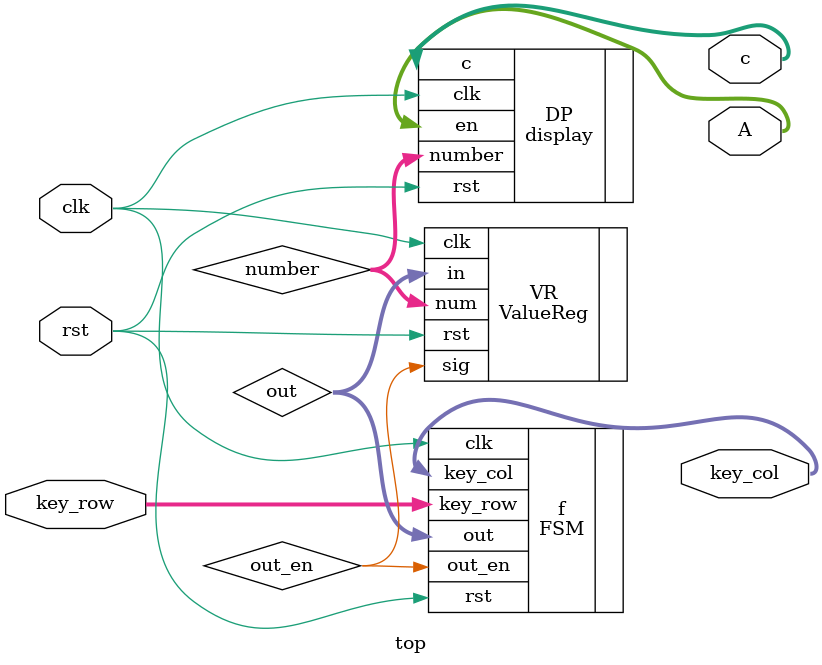
<source format=v>
`timescale 1ns / 1ps
module top(
    input wire clk,
    input wire rst,
    input wire[3:0] key_row,
    output wire[3:0] key_col,
    output wire[7:0] A,
    output wire[7:0] c
    );
    wire [63:0] number;
    wire out_en;
    wire [7:0] out;//FSMÊµ¼ÊÉÏ¾ÍÊÇkeyboard
    FSM f(.clk(clk),.rst(rst),.key_row(key_row),.key_col(key_col),.out(out),.out_en(out_en));
    ValueReg VR(.clk(clk),.rst(rst),.sig(out_en),.in(out),.num(number));
    display DP(.clk(clk),.rst(rst),.number(number),.en(A),.c(c));
endmodule


</source>
